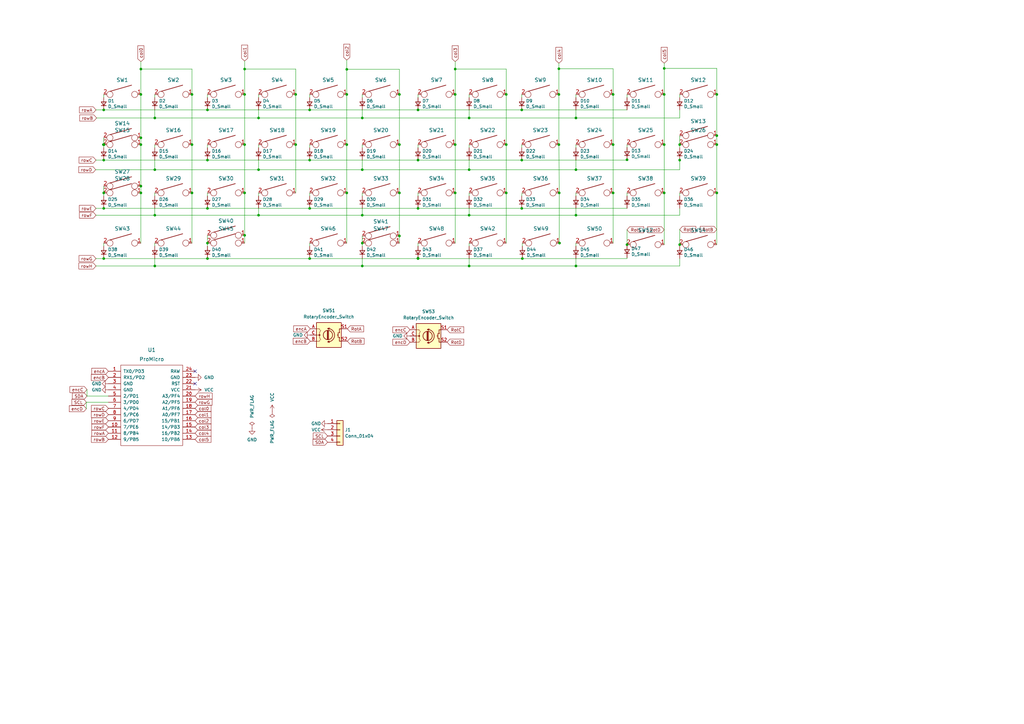
<source format=kicad_sch>
(kicad_sch (version 20211123) (generator eeschema)
  (paper "A3")
  (lib_symbols
    (symbol "Connector_Generic:Conn_01x04" (pin_names (offset 1.016) hide)
      (property "Reference" "J" (at 0 5.08 0))
      (property "Value" "Conn_01x04" (at 0 -7.62 0))
      (symbol "Conn_01x04_1_1"
        (pin passive line (at -5.08 2.54 0) (length 3.81) (name "Pin_1") (number "1"))
        (pin passive line (at -5.08 0 0) (length 3.81) (name "Pin_2") (number "2"))
        (pin passive line (at -5.08 -2.54 0) (length 3.81) (name "Pin_3") (number "3"))
        (pin passive line (at -5.08 -5.08 0) (length 3.81) (name "Pin_4") (number "4"))
      )
    )
    (symbol "Device:D_Small" (pin_numbers hide) (pin_names (offset 0.254) hide)
      (property "Reference" "D" (at -1.27 2.032 0))
      (property "Value" "D_Small" (at -3.81 -2.032 0))
      (symbol "D_Small_1_1"
        (pin passive line (at -2.54 0 0) (length 1.778) (name "K") (number "1"))
        (pin passive line (at 2.54 0 180) (length 1.778) (name "A") (number "2"))
      )
    )
    (symbol "Device:RotaryEncoder_Switch" (pin_names (offset 0.254) hide)
      (property "Reference" "SW" (at 0 6.604 0))
      (property "Value" "RotaryEncoder_Switch" (at 0 -6.604 0))
      (symbol "RotaryEncoder_Switch_1_1"
        (pin passive line (at -7.62 2.54 0) (length 2.54) (name "A") (number "A"))
        (pin passive line (at -7.62 -2.54 0) (length 2.54) (name "B") (number "B"))
        (pin passive line (at -7.62 0 0) (length 2.54) (name "C") (number "C"))
        (pin passive line (at 7.62 2.54 180) (length 2.54) (name "S1") (number "S1"))
        (pin passive line (at 7.62 -2.54 180) (length 2.54) (name "S2") (number "S2"))
      )
    )
    (symbol "keebio:ProMicro" (pin_names (offset 1.016))
      (property "Reference" "U" (at 0 0 0))
      (property "Value" "ProMicro" (at 0 -19.05 0))
      (symbol "ProMicro_1_1"
        (pin input line (at -17.78 13.97 0) (length 5.08) (name "TX0/PD3") (number "1"))
        (pin input line (at -17.78 -8.89 0) (length 5.08) (name "7/PE6") (number "10"))
        (pin input line (at -17.78 -11.43 0) (length 5.08) (name "8/PB4") (number "11"))
        (pin input line (at -17.78 -13.97 0) (length 5.08) (name "9/PB5") (number "12"))
        (pin input line (at 17.78 -13.97 180) (length 5.08) (name "10/PB6") (number "13"))
        (pin input line (at 17.78 -11.43 180) (length 5.08) (name "16/PB2") (number "14"))
        (pin input line (at 17.78 -8.89 180) (length 5.08) (name "14/PB3") (number "15"))
        (pin input line (at 17.78 -6.35 180) (length 5.08) (name "15/PB1") (number "16"))
        (pin input line (at 17.78 -3.81 180) (length 5.08) (name "A0/PF7") (number "17"))
        (pin input line (at 17.78 -1.27 180) (length 5.08) (name "A1/PF6") (number "18"))
        (pin input line (at 17.78 1.27 180) (length 5.08) (name "A2/PF5") (number "19"))
        (pin input line (at -17.78 11.43 0) (length 5.08) (name "RX1/PD2") (number "2"))
        (pin input line (at 17.78 3.81 180) (length 5.08) (name "A3/PF4") (number "20"))
        (pin input line (at 17.78 6.35 180) (length 5.08) (name "VCC") (number "21"))
        (pin input line (at 17.78 8.89 180) (length 5.08) (name "RST") (number "22"))
        (pin input line (at 17.78 11.43 180) (length 5.08) (name "GND") (number "23"))
        (pin input line (at 17.78 13.97 180) (length 5.08) (name "RAW") (number "24"))
        (pin input line (at -17.78 8.89 0) (length 5.08) (name "GND") (number "3"))
        (pin input line (at -17.78 6.35 0) (length 5.08) (name "GND") (number "4"))
        (pin input line (at -17.78 3.81 0) (length 5.08) (name "2/PD1") (number "5"))
        (pin input line (at -17.78 1.27 0) (length 5.08) (name "3/PD0") (number "6"))
        (pin input line (at -17.78 -1.27 0) (length 5.08) (name "4/PD4") (number "7"))
        (pin input line (at -17.78 -3.81 0) (length 5.08) (name "5/PC6") (number "8"))
        (pin input line (at -17.78 -6.35 0) (length 5.08) (name "6/PD7") (number "9"))
      )
    )
    (symbol "keyboard_parts:KEYSW" (pin_names (offset 1.016))
      (property "Reference" "K?" (at -1.27 0 0))
      (symbol "KEYSW_1_1"
        (pin passive line (at 7.62 0 180) (length 1.27) (name "~") (number "1"))
        (pin passive line (at -7.62 0 0) (length 1.27) (name "~") (number "2"))
      )
    )
    (symbol "power:GND" (power) (pin_names (offset 0))
      (property "Value" "GND" (at 0 -3.81 0))
      (symbol "GND_1_1"
        (pin power_in line (at 0 0 270) (length 0) hide (name "GND") (number "1"))
      )
    )
    (symbol "power:PWR_FLAG" (power) (pin_numbers hide) (pin_names (offset 0) hide)
      (property "Value" "PWR_FLAG" (at 0 3.81 0))
      (symbol "PWR_FLAG_0_0"
        (pin power_out line (at 0 0 90) (length 0) (name "pwr") (number "1"))
      )
    )
    (symbol "power:VCC" (power) (pin_names (offset 0))
      (property "Value" "VCC" (at 0 3.81 0))
      (symbol "VCC_1_1"
        (pin power_in line (at 0 0 90) (length 0) hide (name "VCC") (number "1"))
      )
    )
  )
  (junction (at 163.83 59.309))
  (junction (at 142.24 38.735))
  (junction (at 229.235 38.735))
  (junction (at 257.175 100.33))
  (junction (at 213.995 65.659))
  (junction (at 57.785 56.515))
  (junction (at 229.362 79.121))
  (junction (at 42.418 59.309))
  (junction (at 78.74 59.309))
  (junction (at 57.785 59.309))
  (junction (at 63.5 109.093))
  (junction (at 192.405 88.265))
  (junction (at 100.33 96.52))
  (junction (at 127 85.471))
  (junction (at 106.045 69.596))
  (junction (at 251.46 38.735))
  (junction (at 171.45 105.918))
  (junction (at 42.545 79.121))
  (junction (at 236.22 109.093))
  (junction (at 213.995 45.085))
  (junction (at 42.545 85.471))
  (junction (at 85.09 45.085))
  (junction (at 85.09 106.045))
  (junction (at 272.415 79.121))
  (junction (at 63.5 69.596))
  (junction (at 85.09 65.659))
  (junction (at 229.235 28.194))
  (junction (at 100.33 59.309))
  (junction (at 236.22 69.596))
  (junction (at 63.5 88.265))
  (junction (at 207.645 79.121))
  (junction (at 78.74 38.735))
  (junction (at 57.785 28.321))
  (junction (at 42.545 106.045))
  (junction (at 148.59 88.265))
  (junction (at 163.83 38.735))
  (junction (at 42.545 59.309))
  (junction (at 278.765 59.309))
  (junction (at 85.09 99.695))
  (junction (at 192.405 69.596))
  (junction (at 63.5 48.387))
  (junction (at 42.545 65.659))
  (junction (at 207.645 38.735))
  (junction (at 213.995 85.471))
  (junction (at 294.005 55.626))
  (junction (at 148.59 48.387))
  (junction (at 42.672 59.309))
  (junction (at 57.785 79.121))
  (junction (at 100.33 79.121))
  (junction (at 236.22 48.387))
  (junction (at 100.33 28.321))
  (junction (at 100.33 38.735))
  (junction (at 42.545 45.085))
  (junction (at 294.005 59.309))
  (junction (at 142.24 79.121))
  (junction (at 236.22 88.265))
  (junction (at 192.405 48.387))
  (junction (at 272.415 28.067))
  (junction (at 85.09 85.471))
  (junction (at 78.74 79.121))
  (junction (at 171.45 106.045))
  (junction (at 142.24 28.448))
  (junction (at 251.46 79.121))
  (junction (at 207.645 59.309))
  (junction (at 171.45 45.085))
  (junction (at 121.285 59.309))
  (junction (at 214.249 106.045))
  (junction (at 148.59 99.695))
  (junction (at 257.175 65.532))
  (junction (at 294.005 79.121))
  (junction (at 148.59 109.093))
  (junction (at 171.45 85.471))
  (junction (at 272.415 38.735))
  (junction (at 186.69 28.321))
  (junction (at 186.69 38.735))
  (junction (at 186.69 59.309))
  (junction (at 294.005 38.735))
  (junction (at 57.785 76.327))
  (junction (at 229.235 59.309))
  (junction (at 272.415 59.309))
  (junction (at 163.83 79.121))
  (junction (at 171.45 65.659))
  (junction (at 148.59 69.596))
  (junction (at 278.765 100.33))
  (junction (at 192.405 109.093))
  (junction (at 127 106.045))
  (junction (at 186.69 79.121))
  (junction (at 229.489 99.695))
  (junction (at 127 65.659))
  (junction (at 163.83 96.774))
  (junction (at 278.765 65.659))
  (junction (at 121.285 38.735))
  (junction (at 251.46 59.309))
  (junction (at 142.24 59.309))
  (junction (at 127 45.085))
  (junction (at 106.045 88.265))
  (junction (at 106.045 48.387))
  (junction (at 57.785 38.735))
  (no_connect (at 80.01 152.273))
  (no_connect (at 80.01 157.353))
  (wire (pts (xy 257.175 59.309) (xy 257.175 60.452)))
  (wire (pts (xy 39.37 88.265) (xy 63.5 88.265)))
  (wire (pts (xy 148.59 96.774) (xy 148.59 99.695)))
  (wire (pts (xy 163.83 28.448) (xy 163.83 38.735)))
  (wire (pts (xy 278.765 79.121) (xy 278.765 80.391)))
  (wire (pts (xy 207.645 59.309) (xy 207.645 79.121)))
  (wire (pts (xy 278.765 100.33) (xy 278.765 100.965)))
  (wire (pts (xy 148.59 45.085) (xy 148.59 48.387)))
  (wire (pts (xy 121.285 28.321) (xy 100.33 28.321)))
  (wire (pts (xy 42.545 106.045) (xy 85.09 106.045)))
  (wire (pts (xy 192.405 48.387) (xy 236.22 48.387)))
  (wire (pts (xy 106.045 48.387) (xy 148.59 48.387)))
  (wire (pts (xy 192.405 38.735) (xy 192.405 40.005)))
  (wire (pts (xy 148.59 59.309) (xy 148.59 60.579)))
  (wire (pts (xy 106.045 59.309) (xy 106.045 60.579)))
  (wire (pts (xy 236.22 48.387) (xy 278.765 48.387)))
  (wire (pts (xy 213.995 38.735) (xy 213.995 40.005)))
  (wire (pts (xy 106.045 85.471) (xy 106.045 88.265)))
  (wire (pts (xy 57.785 76.327) (xy 57.785 79.121)))
  (wire (pts (xy 148.59 106.045) (xy 148.59 109.093)))
  (wire (pts (xy 214.122 79.121) (xy 213.995 80.391)))
  (wire (pts (xy 85.09 45.085) (xy 127 45.085)))
  (wire (pts (xy 236.22 88.265) (xy 278.765 88.265)))
  (wire (pts (xy 257.175 105.664) (xy 257.175 106.045)))
  (wire (pts (xy 278.765 65.532) (xy 278.765 65.659)))
  (wire (pts (xy 35.687 162.433) (xy 44.45 162.433)))
  (wire (pts (xy 78.74 38.735) (xy 78.74 28.321)))
  (wire (pts (xy 42.545 76.327) (xy 42.545 79.121)))
  (wire (pts (xy 42.545 85.471) (xy 85.09 85.471)))
  (wire (pts (xy 127 65.659) (xy 171.45 65.659)))
  (wire (pts (xy 214.249 99.695) (xy 214.249 100.965)))
  (wire (pts (xy 213.995 65.659) (xy 257.175 65.659)))
  (wire (pts (xy 278.765 94.107) (xy 278.765 100.33)))
  (wire (pts (xy 171.45 106.045) (xy 214.249 106.045)))
  (wire (pts (xy 236.22 59.309) (xy 236.22 60.579)))
  (wire (pts (xy 39.243 69.596) (xy 63.5 69.596)))
  (wire (pts (xy 42.545 56.515) (xy 42.545 59.309)))
  (wire (pts (xy 142.24 38.735) (xy 142.24 28.448)))
  (wire (pts (xy 127 79.121) (xy 127 80.391)))
  (wire (pts (xy 213.995 59.309) (xy 213.995 60.579)))
  (wire (pts (xy 85.09 99.695) (xy 85.09 100.965)))
  (wire (pts (xy 272.415 79.121) (xy 272.415 100.33)))
  (wire (pts (xy 63.5 109.093) (xy 148.59 109.093)))
  (wire (pts (xy 85.09 59.309) (xy 85.09 60.579)))
  (wire (pts (xy 229.235 38.735) (xy 229.235 28.194)))
  (wire (pts (xy 127 85.471) (xy 171.45 85.471)))
  (wire (pts (xy 39.624 48.387) (xy 63.5 48.387)))
  (wire (pts (xy 272.415 28.067) (xy 272.415 25.908)))
  (wire (pts (xy 42.418 59.309) (xy 42.545 59.309)))
  (wire (pts (xy 57.785 28.321) (xy 57.785 38.735)))
  (wire (pts (xy 171.45 105.918) (xy 171.45 106.045)))
  (wire (pts (xy 163.83 28.448) (xy 142.24 28.448)))
  (wire (pts (xy 63.5 59.309) (xy 63.5 60.579)))
  (wire (pts (xy 78.74 38.735) (xy 78.74 59.309)))
  (wire (pts (xy 163.83 38.735) (xy 163.83 59.309)))
  (wire (pts (xy 192.405 88.265) (xy 236.22 88.265)))
  (wire (pts (xy 142.24 59.309) (xy 142.24 79.121)))
  (wire (pts (xy 127 99.695) (xy 127 100.965)))
  (wire (pts (xy 100.33 79.121) (xy 100.33 96.52)))
  (wire (pts (xy 85.09 85.471) (xy 127 85.471)))
  (wire (pts (xy 251.46 38.735) (xy 251.46 59.309)))
  (wire (pts (xy 42.545 65.659) (xy 85.09 65.659)))
  (wire (pts (xy 100.33 28.321) (xy 100.33 25.019)))
  (wire (pts (xy 100.33 59.309) (xy 100.33 79.121)))
  (wire (pts (xy 121.285 28.321) (xy 121.285 38.735)))
  (wire (pts (xy 278.765 85.471) (xy 278.765 88.265)))
  (wire (pts (xy 78.74 59.309) (xy 78.74 79.121)))
  (wire (pts (xy 278.765 38.735) (xy 278.765 40.005)))
  (wire (pts (xy 57.785 38.735) (xy 57.785 56.515)))
  (wire (pts (xy 171.45 85.471) (xy 213.995 85.471)))
  (wire (pts (xy 236.22 109.093) (xy 278.765 109.093)))
  (wire (pts (xy 42.545 79.121) (xy 42.545 80.391)))
  (wire (pts (xy 127 45.085) (xy 171.45 45.085)))
  (wire (pts (xy 57.785 79.121) (xy 57.785 99.695)))
  (wire (pts (xy 148.59 48.387) (xy 192.405 48.387)))
  (wire (pts (xy 192.405 85.471) (xy 192.405 88.265)))
  (wire (pts (xy 63.5 38.735) (xy 63.5 40.005)))
  (wire (pts (xy 63.5 69.596) (xy 106.045 69.596)))
  (wire (pts (xy 257.175 65.532) (xy 257.175 65.659)))
  (wire (pts (xy 57.785 59.309) (xy 57.785 76.327)))
  (wire (pts (xy 257.175 38.735) (xy 257.175 40.005)))
  (wire (pts (xy 57.658 59.309) (xy 57.785 59.309)))
  (wire (pts (xy 39.37 45.085) (xy 42.545 45.085)))
  (wire (pts (xy 186.69 79.121) (xy 186.69 99.695)))
  (wire (pts (xy 106.045 45.085) (xy 106.045 48.387)))
  (wire (pts (xy 106.045 65.659) (xy 106.045 69.596)))
  (wire (pts (xy 251.46 28.194) (xy 229.235 28.194)))
  (wire (pts (xy 192.405 69.596) (xy 236.22 69.596)))
  (wire (pts (xy 148.59 38.735) (xy 148.59 40.005)))
  (wire (pts (xy 257.175 94.234) (xy 257.175 100.33)))
  (wire (pts (xy 186.69 28.321) (xy 186.69 25.273)))
  (wire (pts (xy 186.69 38.735) (xy 186.69 59.309)))
  (wire (pts (xy 171.45 38.735) (xy 171.45 40.005)))
  (wire (pts (xy 63.5 45.085) (xy 63.5 48.387)))
  (wire (pts (xy 272.415 59.309) (xy 272.415 79.121)))
  (wire (pts (xy 35.433 164.973) (xy 44.45 164.973)))
  (wire (pts (xy 294.005 79.121) (xy 294.005 100.33)))
  (wire (pts (xy 251.46 79.121) (xy 251.46 99.695)))
  (wire (pts (xy 272.415 38.735) (xy 272.415 28.067)))
  (wire (pts (xy 294.005 28.067) (xy 272.415 28.067)))
  (wire (pts (xy 106.045 88.265) (xy 148.59 88.265)))
  (wire (pts (xy 294.005 28.067) (xy 294.005 38.735)))
  (wire (pts (xy 236.22 45.085) (xy 236.22 48.387)))
  (wire (pts (xy 171.45 99.695) (xy 171.45 100.965)))
  (wire (pts (xy 278.765 55.626) (xy 278.765 59.309)))
  (wire (pts (xy 251.46 59.309) (xy 251.46 79.121)))
  (wire (pts (xy 186.69 38.735) (xy 186.69 28.321)))
  (wire (pts (xy 192.405 109.093) (xy 236.22 109.093)))
  (wire (pts (xy 85.09 96.52) (xy 85.09 99.695)))
  (wire (pts (xy 42.545 38.735) (xy 42.545 40.005)))
  (wire (pts (xy 163.83 96.774) (xy 163.83 99.695)))
  (wire (pts (xy 63.5 106.045) (xy 63.5 109.093)))
  (wire (pts (xy 63.5 48.387) (xy 106.045 48.387)))
  (wire (pts (xy 39.37 109.093) (xy 63.5 109.093)))
  (wire (pts (xy 39.37 106.045) (xy 42.545 106.045)))
  (wire (pts (xy 148.59 109.093) (xy 192.405 109.093)))
  (wire (pts (xy 57.785 56.515) (xy 57.785 59.309)))
  (wire (pts (xy 251.46 28.194) (xy 251.46 38.735)))
  (wire (pts (xy 100.33 38.735) (xy 100.33 28.321)))
  (wire (pts (xy 85.09 106.045) (xy 127 106.045)))
  (wire (pts (xy 63.5 65.659) (xy 63.5 69.596)))
  (wire (pts (xy 272.415 38.735) (xy 272.415 59.309)))
  (wire (pts (xy 100.33 38.735) (xy 100.33 59.309)))
  (wire (pts (xy 257.175 100.33) (xy 257.175 100.584)))
  (wire (pts (xy 121.285 59.309) (xy 121.285 79.121)))
  (wire (pts (xy 214.249 106.045) (xy 257.175 106.045)))
  (wire (pts (xy 148.59 99.695) (xy 148.59 100.965)))
  (wire (pts (xy 229.362 99.695) (xy 229.489 99.695)))
  (wire (pts (xy 148.59 85.471) (xy 148.59 88.265)))
  (wire (pts (xy 229.362 79.121) (xy 229.362 99.695)))
  (wire (pts (xy 278.765 65.659) (xy 278.765 69.596)))
  (wire (pts (xy 236.22 79.121) (xy 236.22 80.391)))
  (wire (pts (xy 39.37 85.471) (xy 42.545 85.471)))
  (wire (pts (xy 106.045 38.735) (xy 106.045 40.005)))
  (wire (pts (xy 236.22 99.695) (xy 236.22 100.965)))
  (wire (pts (xy 257.175 79.121) (xy 257.175 80.391)))
  (wire (pts (xy 294.005 55.626) (xy 294.005 59.309)))
  (wire (pts (xy 57.785 28.321) (xy 78.74 28.321)))
  (wire (pts (xy 127 106.045) (xy 171.45 106.045)))
  (wire (pts (xy 148.59 88.265) (xy 192.405 88.265)))
  (wire (pts (xy 278.765 59.309) (xy 278.765 60.579)))
  (wire (pts (xy 42.545 99.695) (xy 42.545 100.965)))
  (wire (pts (xy 85.09 38.735) (xy 85.09 40.005)))
  (wire (pts (xy 192.405 65.659) (xy 192.405 69.596)))
  (wire (pts (xy 39.37 65.659) (xy 42.545 65.659)))
  (wire (pts (xy 192.405 45.085) (xy 192.405 48.387)))
  (wire (pts (xy 142.24 28.448) (xy 142.24 24.638)))
  (wire (pts (xy 35.433 167.64) (xy 35.433 164.973)))
  (wire (pts (xy 78.74 79.121) (xy 78.74 99.695)))
  (wire (pts (xy 171.45 45.085) (xy 213.995 45.085)))
  (wire (pts (xy 63.5 99.695) (xy 63.5 100.965)))
  (wire (pts (xy 42.545 59.309) (xy 42.672 59.309)))
  (wire (pts (xy 213.995 45.085) (xy 257.175 45.085)))
  (wire (pts (xy 85.09 65.659) (xy 127 65.659)))
  (wire (pts (xy 127 59.309) (xy 127 60.579)))
  (wire (pts (xy 100.33 99.695) (xy 100.33 96.52)))
  (wire (pts (xy 63.5 79.121) (xy 63.5 80.391)))
  (wire (pts (xy 148.59 79.121) (xy 148.59 80.391)))
  (wire (pts (xy 171.45 65.659) (xy 213.995 65.659)))
  (wire (pts (xy 127 38.735) (xy 127 40.005)))
  (wire (pts (xy 278.765 48.387) (xy 278.765 45.085)))
  (wire (pts (xy 163.83 79.121) (xy 163.83 96.774)))
  (wire (pts (xy 57.785 59.309) (xy 57.912 59.309)))
  (wire (pts (xy 35.687 159.766) (xy 35.687 162.433)))
  (wire (pts (xy 192.405 59.309) (xy 192.405 60.579)))
  (wire (pts (xy 85.09 79.121) (xy 85.09 80.391)))
  (wire (pts (xy 42.545 59.309) (xy 42.545 60.579)))
  (wire (pts (xy 148.59 65.659) (xy 148.59 69.596)))
  (wire (pts (xy 236.22 85.471) (xy 236.22 88.265)))
  (wire (pts (xy 207.645 28.321) (xy 186.69 28.321)))
  (wire (pts (xy 142.24 79.121) (xy 142.24 99.695)))
  (wire (pts (xy 294.005 59.309) (xy 294.005 79.121)))
  (wire (pts (xy 148.59 69.596) (xy 192.405 69.596)))
  (wire (pts (xy 57.785 28.321) (xy 57.785 25.273)))
  (wire (pts (xy 163.83 59.309) (xy 163.83 79.121)))
  (wire (pts (xy 236.22 69.596) (xy 278.765 69.596)))
  (wire (pts (xy 207.645 79.121) (xy 207.645 99.695)))
  (wire (pts (xy 192.405 79.121) (xy 192.405 80.391)))
  (wire (pts (xy 63.5 88.265) (xy 106.045 88.265)))
  (wire (pts (xy 192.405 99.695) (xy 192.405 100.965)))
  (wire (pts (xy 121.285 38.735) (xy 121.285 59.309)))
  (wire (pts (xy 142.24 38.735) (xy 142.24 59.309)))
  (wire (pts (xy 213.995 85.471) (xy 257.175 85.471)))
  (wire (pts (xy 207.645 38.735) (xy 207.645 59.309)))
  (wire (pts (xy 278.765 106.045) (xy 278.765 109.093)))
  (wire (pts (xy 42.545 45.085) (xy 85.09 45.085)))
  (wire (pts (xy 186.69 59.309) (xy 186.69 79.121)))
  (wire (pts (xy 207.645 28.321) (xy 207.645 38.735)))
  (wire (pts (xy 236.22 65.659) (xy 236.22 69.596)))
  (wire (pts (xy 229.235 59.309) (xy 229.362 79.121)))
  (wire (pts (xy 229.235 28.194) (xy 229.235 25.908)))
  (wire (pts (xy 63.5 85.471) (xy 63.5 88.265)))
  (wire (pts (xy 192.405 106.045) (xy 192.405 109.093)))
  (wire (pts (xy 171.45 79.121) (xy 171.45 80.391)))
  (wire (pts (xy 106.045 79.121) (xy 106.045 80.391)))
  (wire (pts (xy 294.005 38.735) (xy 294.005 55.626)))
  (wire (pts (xy 236.22 106.045) (xy 236.22 109.093)))
  (wire (pts (xy 229.235 38.735) (xy 229.235 59.309)))
  (wire (pts (xy 106.045 69.596) (xy 148.59 69.596)))
  (wire (pts (xy 171.45 59.309) (xy 171.45 60.579)))
  (wire (pts (xy 236.22 38.735) (xy 236.22 40.005)))
  (global_label "col1" (shape input) (at 100.33 25.019 90) (property "Intersheet References" "${INTERSHEET_REFS}" (effects hide)))
  (global_label "rowG" (shape input) (at 39.37 106.045 180) (property "Intersheet References" "${INTERSHEET_REFS}" (effects hide)))
  (global_label "col3" (shape input) (at 80.01 175.133 0) (property "Intersheet References" "${INTERSHEET_REFS}" (effects hide)))
  (global_label "rowD" (shape input) (at 44.45 170.053 180) (property "Intersheet References" "${INTERSHEET_REFS}" (effects hide)))
  (global_label "SDA" (shape input) (at 35.687 162.433 180) (property "Intersheet References" "${INTERSHEET_REFS}" (effects hide)))
  (global_label "rowE" (shape input) (at 44.45 172.593 180) (property "Intersheet References" "${INTERSHEET_REFS}" (effects hide)))
  (global_label "rowH" (shape input) (at 80.01 162.433 0) (property "Intersheet References" "${INTERSHEET_REFS}" (effects hide)))
  (global_label "col2" (shape input) (at 80.01 172.593 0) (property "Intersheet References" "${INTERSHEET_REFS}" (effects hide)))
  (global_label "col5" (shape input) (at 80.01 180.213 0) (property "Intersheet References" "${INTERSHEET_REFS}" (effects hide)))
  (global_label "col0" (shape input) (at 80.01 167.513 0) (property "Intersheet References" "${INTERSHEET_REFS}" (effects hide)))
  (global_label "rowB" (shape input) (at 44.45 180.213 180) (property "Intersheet References" "${INTERSHEET_REFS}" (effects hide)))
  (global_label "RotD" (shape input) (at 183.388 140.335 0) (property "Intersheet References" "${INTERSHEET_REFS}" (effects hide)))
  (global_label "rowF" (shape input) (at 39.37 88.265 180) (property "Intersheet References" "${INTERSHEET_REFS}" (effects hide)))
  (global_label "rowC" (shape input) (at 44.45 167.513 180) (property "Intersheet References" "${INTERSHEET_REFS}" (effects hide)))
  (global_label "rowB" (shape input) (at 39.624 48.387 180) (property "Intersheet References" "${INTERSHEET_REFS}" (effects hide)))
  (global_label "SCL" (shape input) (at 35.433 164.973 180) (property "Intersheet References" "${INTERSHEET_REFS}" (effects hide)))
  (global_label "col0" (shape input) (at 57.785 25.273 90) (property "Intersheet References" "${INTERSHEET_REFS}" (effects hide)))
  (global_label "encC" (shape input) (at 168.148 135.255 180) (property "Intersheet References" "${INTERSHEET_REFS}" (effects hide)))
  (global_label "RotD" (shape input) (at 272.415 94.234 180) (property "Intersheet References" "${INTERSHEET_REFS}" (effects hide)))
  (global_label "RotA" (shape input) (at 142.494 134.874 0) (property "Intersheet References" "${INTERSHEET_REFS}" (effects hide)))
  (global_label "encD" (shape input) (at 35.433 167.64 180) (property "Intersheet References" "${INTERSHEET_REFS}" (effects hide)))
  (global_label "rowH" (shape input) (at 39.37 109.093 180) (property "Intersheet References" "${INTERSHEET_REFS}" (effects hide)))
  (global_label "rowC" (shape input) (at 39.37 65.659 180) (property "Intersheet References" "${INTERSHEET_REFS}" (effects hide)))
  (global_label "encC" (shape input) (at 35.687 159.766 180) (property "Intersheet References" "${INTERSHEET_REFS}" (effects hide)))
  (global_label "RotC" (shape input) (at 257.175 94.234 0) (property "Intersheet References" "${INTERSHEET_REFS}" (effects hide)))
  (global_label "rowA" (shape input) (at 44.45 177.673 180) (property "Intersheet References" "${INTERSHEET_REFS}" (effects hide)))
  (global_label "RotB" (shape input) (at 294.005 94.107 180) (property "Intersheet References" "${INTERSHEET_REFS}" (effects hide)))
  (global_label "rowF" (shape input) (at 44.45 175.133 180) (property "Intersheet References" "${INTERSHEET_REFS}" (effects hide)))
  (global_label "encA" (shape input) (at 44.45 152.273 180) (property "Intersheet References" "${INTERSHEET_REFS}" (effects hide)))
  (global_label "RotC" (shape input) (at 183.388 135.255 0) (property "Intersheet References" "${INTERSHEET_REFS}" (effects hide)))
  (global_label "col3" (shape input) (at 186.69 25.273 90) (property "Intersheet References" "${INTERSHEET_REFS}" (effects hide)))
  (global_label "SDA" (shape input) (at 134.366 181.356 180) (property "Intersheet References" "${INTERSHEET_REFS}" (effects hide)))
  (global_label "encA" (shape input) (at 127.254 134.874 180) (property "Intersheet References" "${INTERSHEET_REFS}" (effects hide)))
  (global_label "encB" (shape input) (at 44.45 154.813 180) (property "Intersheet References" "${INTERSHEET_REFS}" (effects hide)))
  (global_label "rowG" (shape input) (at 80.01 164.973 0) (property "Intersheet References" "${INTERSHEET_REFS}" (effects hide)))
  (global_label "RotB" (shape input) (at 142.494 139.954 0) (property "Intersheet References" "${INTERSHEET_REFS}" (effects hide)))
  (global_label "col4" (shape input) (at 80.01 177.673 0) (property "Intersheet References" "${INTERSHEET_REFS}" (effects hide)))
  (global_label "col4" (shape input) (at 229.235 25.908 90) (property "Intersheet References" "${INTERSHEET_REFS}" (effects hide)))
  (global_label "rowA" (shape input) (at 39.37 45.085 180) (property "Intersheet References" "${INTERSHEET_REFS}" (effects hide)))
  (global_label "col2" (shape input) (at 142.24 24.638 90) (property "Intersheet References" "${INTERSHEET_REFS}" (effects hide)))
  (global_label "encD" (shape input) (at 168.148 140.335 180) (property "Intersheet References" "${INTERSHEET_REFS}" (effects hide)))
  (global_label "col1" (shape input) (at 80.01 170.053 0) (property "Intersheet References" "${INTERSHEET_REFS}" (effects hide)))
  (global_label "col5" (shape input) (at 272.415 25.908 90) (property "Intersheet References" "${INTERSHEET_REFS}" (effects hide)))
  (global_label "rowE" (shape input) (at 39.37 85.471 180) (property "Intersheet References" "${INTERSHEET_REFS}" (effects hide)))
  (global_label "RotA" (shape input) (at 278.765 94.107 0) (property "Intersheet References" "${INTERSHEET_REFS}" (effects hide)))
  (global_label "SCL" (shape input) (at 134.366 178.816 180) (property "Intersheet References" "${INTERSHEET_REFS}" (effects hide)))
  (global_label "rowD" (shape input) (at 39.243 69.596 180) (property "Intersheet References" "${INTERSHEET_REFS}" (effects hide)))
  (global_label "encB" (shape input) (at 127.254 139.954 180) (property "Intersheet References" "${INTERSHEET_REFS}" (effects hide)))
  (symbol (lib_id "Device:D_Small") (at 63.5 63.119 90) (unit 1)
    (property "Reference" "D15" (at 65.2272 61.9506 90) (effects (justify right)))
    (property "Value" "D_Small" (at 65.2272 64.262 90) (effects (justify right)))
    (property "Footprint" "Keebio-Parts:Diode" (effects hide))
  )
  (symbol (lib_id "Device:D_Small") (at 85.09 42.545 90) (unit 1)
    (property "Reference" "D3" (at 86.8172 41.3766 90) (effects (justify right)))
    (property "Value" "D_Small" (at 86.8172 43.688 90) (effects (justify right)))
    (property "Footprint" "Keebio-Parts:Diode" (effects hide))
  )
  (symbol (lib_id "keyboard_parts:KEYSW") (at 50.165 76.327 0) (unit 1)
    (property "Reference" "SW27" (at 50.165 70.4088 0) (effects (font (size 1.524 1.524))))
    (property "Value" "KEYSW" (effects hide))
    (property "Footprint" "Button_Switch_Keyboard:SW_Cherry_MX_2.25u_PCB" (effects hide))
  )
  (symbol (lib_id "Device:D_Small") (at 42.545 103.505 90) (unit 1)
    (property "Reference" "D38" (at 44.2722 102.3366 90) (effects (justify right)))
    (property "Value" "D_Small" (at 44.2722 104.648 90) (effects (justify right)))
    (property "Footprint" "Keebio-Parts:Diode" (effects hide))
  )
  (symbol (lib_id "keyboard_parts:KEYSW") (at 200.025 59.309 0) (unit 1)
    (property "Reference" "SW22" (at 200.025 53.3908 0) (effects (font (size 1.524 1.524))))
    (property "Value" "KEYSW" (effects hide))
    (property "Footprint" "Button_Switch_Keyboard:SW_Cherry_MX_1.00u_PCB" (effects hide))
  )
  (symbol (lib_id "keyboard_parts:KEYSW") (at 200.025 38.735 0) (unit 1)
    (property "Reference" "SW8" (at 200.025 32.8168 0) (effects (font (size 1.524 1.524))))
    (property "Value" "KEYSW" (effects hide))
    (property "Footprint" "Button_Switch_Keyboard:SW_Cherry_MX_1.00u_PCB" (effects hide))
  )
  (symbol (lib_id "keyboard_parts:KEYSW") (at 200.025 79.121 0) (unit 1)
    (property "Reference" "SW35" (at 200.025 73.2028 0) (effects (font (size 1.524 1.524))))
    (property "Value" "KEYSW" (effects hide))
    (property "Footprint" "Button_Switch_Keyboard:SW_Cherry_MX_1.00u_PCB" (effects hide))
  )
  (symbol (lib_id "Device:D_Small") (at 257.175 42.545 90) (unit 1)
    (property "Reference" "D11" (at 258.9022 41.3766 90) (effects (justify right)))
    (property "Value" "D_Small" (at 258.9022 43.688 90) (effects (justify right)))
    (property "Footprint" "Keebio-Parts:Diode" (effects hide))
  )
  (symbol (lib_id "keyboard_parts:KEYSW") (at 71.12 59.309 0) (unit 1)
    (property "Reference" "SW16" (at 71.12 53.3908 0) (effects (font (size 1.524 1.524))))
    (property "Value" "KEYSW" (effects hide))
    (property "Footprint" "Button_Switch_Keyboard:SW_Cherry_MX_1.00u_PCB" (effects hide))
  )
  (symbol (lib_id "Device:D_Small") (at 236.22 63.119 90) (unit 1)
    (property "Reference" "D23" (at 237.9472 61.9506 90) (effects (justify right)))
    (property "Value" "D_Small" (at 237.9472 64.262 90) (effects (justify right)))
    (property "Footprint" "Keebio-Parts:Diode" (effects hide))
  )
  (symbol (lib_id "keyboard_parts:KEYSW") (at 50.165 38.735 0) (unit 1)
    (property "Reference" "SW1" (at 50.165 32.8168 0) (effects (font (size 1.524 1.524))))
    (property "Value" "KEYSW" (effects hide))
    (property "Footprint" "Button_Switch_Keyboard:SW_Cherry_MX_1.50u_Plate" (effects hide))
  )
  (symbol (lib_id "keyboard_parts:KEYSW") (at 221.869 99.695 0) (unit 1)
    (property "Reference" "SW49" (at 221.869 93.7768 0) (effects (font (size 1.524 1.524))))
    (property "Value" "KEYSW" (effects hide))
    (property "Footprint" "Button_Switch_Keyboard:SW_Cherry_MX_1.00u_PCB" (effects hide))
  )
  (symbol (lib_id "Connector_Generic:Conn_01x04") (at 139.446 176.276 0) (unit 1)
    (property "Reference" "J1" (at 141.478 176.2759 0) (effects (justify left)))
    (property "Value" "Conn_01x04" (at 141.478 178.8159 0) (effects (justify left)))
    (property "Footprint" "Connector_PinSocket_2.54mm:PinSocket_1x04_P2.54mm_Vertical" (effects hide))
  )
  (symbol (lib_id "keyboard_parts:KEYSW") (at 50.165 79.121 0) (unit 1)
    (property "Reference" "SW28" (at 50.165 73.2028 0) (effects (font (size 1.524 1.524))))
    (property "Value" "KEYSW" (effects hide))
    (property "Footprint" "Button_Switch_Keyboard:SW_Cherry_MX_1.25u_PCB" (effects hide))
  )
  (symbol (lib_id "keyboard_parts:KEYSW") (at 92.71 38.735 0) (unit 1)
    (property "Reference" "SW3" (at 92.71 32.8168 0) (effects (font (size 1.524 1.524))))
    (property "Value" "KEYSW" (effects hide))
    (property "Footprint" "Button_Switch_Keyboard:SW_Cherry_MX_1.00u_PCB" (effects hide))
  )
  (symbol (lib_id "keyboard_parts:KEYSW") (at 71.12 99.695 0) (unit 1)
    (property "Reference" "SW44" (at 71.12 93.7768 0) (effects (font (size 1.524 1.524))))
    (property "Value" "KEYSW" (effects hide))
    (property "Footprint" "Button_Switch_Keyboard:SW_Cherry_MX_1.00u_PCB" (effects hide))
  )
  (symbol (lib_id "keyboard_parts:KEYSW") (at 264.795 100.33 0) (unit 1)
    (property "Reference" "SW52" (at 264.795 94.4118 0) (effects (font (size 1.524 1.524))))
    (property "Value" "KEYSW" (effects hide))
    (property "Footprint" "Button_Switch_Keyboard:SW_Cherry_MX_1.25u_PCB" (effects hide))
  )
  (symbol (lib_id "keyboard_parts:KEYSW") (at 50.165 59.309 0) (unit 1)
    (property "Reference" "SW15" (at 50.165 53.3908 0) (effects (font (size 1.524 1.524))))
    (property "Value" "KEYSW" (effects hide))
    (property "Footprint" "Button_Switch_Keyboard:SW_Cherry_MX_1.00u_PCB" (effects hide))
  )
  (symbol (lib_id "keyboard_parts:KEYSW") (at 221.615 38.735 0) (unit 1)
    (property "Reference" "SW9" (at 221.615 32.8168 0) (effects (font (size 1.524 1.524))))
    (property "Value" "KEYSW" (effects hide))
    (property "Footprint" "Button_Switch_Keyboard:SW_Cherry_MX_1.00u_PCB" (effects hide))
  )
  (symbol (lib_id "power:GND") (at 103.378 175.641 0) (unit 1)
    (property "Reference" "#PWR0106" (effects hide))
    (property "Value" "GND" (at 103.378 180.34 0))
  )
  (symbol (lib_id "Device:D_Small") (at 214.249 103.505 90) (unit 1)
    (property "Reference" "D44" (at 215.9762 102.3366 90) (effects (justify right)))
    (property "Value" "D_Small" (at 215.9762 104.648 90) (effects (justify right)))
    (property "Footprint" "Keebio-Parts:Diode" (effects hide))
  )
  (symbol (lib_id "Device:D_Small") (at 63.5 82.931 90) (unit 1)
    (property "Reference" "D26" (at 65.2272 81.7626 90) (effects (justify right)))
    (property "Value" "D_Small" (at 65.2272 84.074 90) (effects (justify right)))
    (property "Footprint" "Keebio-Parts:Diode" (effects hide))
  )
  (symbol (lib_id "Device:D_Small") (at 213.995 42.545 90) (unit 1)
    (property "Reference" "D9" (at 215.7222 41.3766 90) (effects (justify right)))
    (property "Value" "D_Small" (at 215.7222 43.688 90) (effects (justify right)))
    (property "Footprint" "Keebio-Parts:Diode" (effects hide))
  )
  (symbol (lib_id "keyboard_parts:KEYSW") (at 243.84 99.695 0) (unit 1)
    (property "Reference" "SW50" (at 243.84 93.7768 0) (effects (font (size 1.524 1.524))))
    (property "Value" "KEYSW" (effects hide))
    (property "Footprint" "Button_Switch_Keyboard:SW_Cherry_MX_1.25u_PCB" (effects hide))
  )
  (symbol (lib_id "Device:D_Small") (at 171.45 42.545 90) (unit 1)
    (property "Reference" "D7" (at 173.1772 41.3766 90) (effects (justify right)))
    (property "Value" "D_Small" (at 173.1772 43.688 90) (effects (justify right)))
    (property "Footprint" "Keebio-Parts:Diode" (effects hide))
  )
  (symbol (lib_id "Device:D_Small") (at 192.405 103.505 90) (unit 1)
    (property "Reference" "D37" (at 194.1322 102.3366 90) (effects (justify right)))
    (property "Value" "D_Small" (at 194.1322 104.648 90) (effects (justify right)))
    (property "Footprint" "Keebio-Parts:Diode" (effects hide))
  )
  (symbol (lib_id "power:GND") (at 127.254 137.414 270) (unit 1)
    (property "Reference" "#PWR0102" (effects hide))
    (property "Value" "GND" (at 120.142 137.414 90) (effects (justify left)))
  )
  (symbol (lib_id "Device:D_Small") (at 192.405 82.931 90) (unit 1)
    (property "Reference" "D32" (at 194.1322 81.7626 90) (effects (justify right)))
    (property "Value" "D_Small" (at 194.1322 84.074 90) (effects (justify right)))
    (property "Footprint" "Keebio-Parts:Diode" (effects hide))
  )
  (symbol (lib_id "keyboard_parts:KEYSW") (at 50.165 56.515 0) (unit 1)
    (property "Reference" "SW14" (at 50.165 50.5968 0) (effects (font (size 1.524 1.524))))
    (property "Value" "KEYSW" (effects hide))
    (property "Footprint" "Button_Switch_Keyboard:SW_Cherry_MX_1.75u_PCB" (effects hide))
  )
  (symbol (lib_id "Device:D_Small") (at 85.09 103.505 90) (unit 1)
    (property "Reference" "D40" (at 86.8172 102.3366 90) (effects (justify right)))
    (property "Value" "D_Small" (at 86.8172 104.648 90) (effects (justify right)))
    (property "Footprint" "Keebio-Parts:Diode" (effects hide))
  )
  (symbol (lib_id "keyboard_parts:KEYSW") (at 179.07 38.735 0) (unit 1)
    (property "Reference" "SW7" (at 179.07 32.8168 0) (effects (font (size 1.524 1.524))))
    (property "Value" "KEYSW" (effects hide))
    (property "Footprint" "Button_Switch_Keyboard:SW_Cherry_MX_1.00u_PCB" (effects hide))
  )
  (symbol (lib_id "Device:D_Small") (at 106.045 42.545 90) (unit 1)
    (property "Reference" "D4" (at 107.7722 41.3766 90) (effects (justify right)))
    (property "Value" "D_Small" (at 107.7722 43.688 90) (effects (justify right)))
    (property "Footprint" "Keebio-Parts:Diode" (effects hide))
  )
  (symbol (lib_id "Device:D_Small") (at 171.45 103.505 90) (unit 1)
    (property "Reference" "D43" (at 173.1772 102.3366 90) (effects (justify right)))
    (property "Value" "D_Small" (at 173.1772 104.648 90) (effects (justify right)))
    (property "Footprint" "Keebio-Parts:Diode" (effects hide))
  )
  (symbol (lib_id "Device:D_Small") (at 85.09 82.931 90) (unit 1)
    (property "Reference" "D27" (at 86.8172 81.7626 90) (effects (justify right)))
    (property "Value" "D_Small" (at 86.8172 84.074 90) (effects (justify right)))
    (property "Footprint" "Keebio-Parts:Diode" (effects hide))
  )
  (symbol (lib_id "keyboard_parts:KEYSW") (at 264.795 79.121 0) (unit 1)
    (property "Reference" "SW38" (at 264.795 73.2028 0) (effects (font (size 1.524 1.524))))
    (property "Value" "KEYSW" (effects hide))
    (property "Footprint" "Button_Switch_Keyboard:SW_Cherry_MX_1.00u_PCB" (effects hide))
  )
  (symbol (lib_id "Device:D_Small") (at 127 82.931 90) (unit 1)
    (property "Reference" "D29" (at 128.7272 81.7626 90) (effects (justify right)))
    (property "Value" "D_Small" (at 128.7272 84.074 90) (effects (justify right)))
    (property "Footprint" "Keebio-Parts:Diode" (effects hide))
  )
  (symbol (lib_id "Device:RotaryEncoder_Switch") (at 134.874 137.414 0) (unit 1)
    (property "Reference" "SW51" (at 134.874 127.381 0))
    (property "Value" "RotaryEncoder_Switch" (at 134.874 129.921 0))
    (property "Footprint" "Keebio-Parts:RotaryEncoder_EC11" (effects hide))
  )
  (symbol (lib_id "power:VCC") (at 80.01 159.893 270) (unit 1)
    (property "Reference" "#PWR08" (effects hide))
    (property "Value" "VCC" (at 83.82 159.8929 90) (effects (justify left)))
  )
  (symbol (lib_id "keyboard_parts:KEYSW") (at 71.12 38.735 0) (unit 1)
    (property "Reference" "SW2" (at 71.12 32.8168 0) (effects (font (size 1.524 1.524))))
    (property "Value" "KEYSW" (effects hide))
    (property "Footprint" "Button_Switch_Keyboard:SW_Cherry_MX_1.00u_PCB" (effects hide))
  )
  (symbol (lib_id "Device:D_Small") (at 213.995 82.931 90) (unit 1)
    (property "Reference" "D33" (at 215.7222 81.7626 90) (effects (justify right)))
    (property "Value" "D_Small" (at 215.7222 84.074 90) (effects (justify right)))
    (property "Footprint" "Keebio-Parts:Diode" (effects hide))
  )
  (symbol (lib_id "keyboard_parts:KEYSW") (at 264.795 59.309 0) (unit 1)
    (property "Reference" "SW25" (at 264.795 53.3908 0) (effects (font (size 1.524 1.524))))
    (property "Value" "KEYSW" (effects hide))
    (property "Footprint" "Button_Switch_Keyboard:SW_Cherry_MX_1.00u_PCB" (effects hide))
  )
  (symbol (lib_id "power:PWR_FLAG") (at 103.378 175.641 0) (unit 1)
    (property "Reference" "#FLG02" (effects hide))
    (property "Value" "PWR_FLAG" (at 103.3781 171.577 90) (effects (justify left)))
  )
  (symbol (lib_id "Device:D_Small") (at 236.22 103.505 90) (unit 1)
    (property "Reference" "D45" (at 237.9472 102.3366 90) (effects (justify right)))
    (property "Value" "D_Small" (at 237.9472 104.648 90) (effects (justify right)))
    (property "Footprint" "Keebio-Parts:Diode" (effects hide))
  )
  (symbol (lib_id "Device:D_Small") (at 171.45 82.931 90) (unit 1)
    (property "Reference" "D31" (at 173.1772 81.7626 90) (effects (justify right)))
    (property "Value" "D_Small" (at 173.1772 84.074 90) (effects (justify right)))
    (property "Footprint" "Keebio-Parts:Diode" (effects hide))
  )
  (symbol (lib_id "power:VCC") (at 111.633 168.656 0) (unit 1)
    (property "Reference" "#PWR02" (effects hide))
    (property "Value" "VCC" (at 111.6329 164.846 90) (effects (justify left)))
  )
  (symbol (lib_id "keyboard_parts:KEYSW") (at 243.84 38.735 0) (unit 1)
    (property "Reference" "SW10" (at 243.84 32.8168 0) (effects (font (size 1.524 1.524))))
    (property "Value" "KEYSW" (effects hide))
    (property "Footprint" "Button_Switch_Keyboard:SW_Cherry_MX_1.00u_PCB" (effects hide))
  )
  (symbol (lib_id "Device:D_Small") (at 278.765 103.505 90) (unit 1)
    (property "Reference" "D46" (at 280.4922 102.3366 90) (effects (justify right)))
    (property "Value" "D_Small" (at 280.4922 104.648 90) (effects (justify right)))
    (property "Footprint" "Keebio-Parts:Diode" (effects hide))
  )
  (symbol (lib_id "power:GND") (at 80.01 154.813 90) (unit 1)
    (property "Reference" "#PWR0107" (effects hide))
    (property "Value" "GND" (at 83.693 154.8129 90) (effects (justify right)))
  )
  (symbol (lib_id "keyboard_parts:KEYSW") (at 134.62 79.121 0) (unit 1)
    (property "Reference" "SW32" (at 134.62 73.2028 0) (effects (font (size 1.524 1.524))))
    (property "Value" "KEYSW" (effects hide))
    (property "Footprint" "Button_Switch_Keyboard:SW_Cherry_MX_1.00u_PCB" (effects hide))
  )
  (symbol (lib_id "keyboard_parts:KEYSW") (at 156.21 96.774 0) (unit 1)
    (property "Reference" "SW41" (at 156.21 90.8558 0) (effects (font (size 1.524 1.524))))
    (property "Value" "KEYSW" (effects hide))
    (property "Footprint" "Button_Switch_Keyboard:SW_Cherry_MX_1.00u_PCB" (effects hide))
  )
  (symbol (lib_id "keyboard_parts:KEYSW") (at 264.795 38.735 0) (unit 1)
    (property "Reference" "SW11" (at 264.795 32.8168 0) (effects (font (size 1.524 1.524))))
    (property "Value" "KEYSW" (effects hide))
    (property "Footprint" "Button_Switch_Keyboard:SW_Cherry_MX_1.00u_PCB" (effects hide))
  )
  (symbol (lib_id "Device:D_Small") (at 257.175 62.992 90) (unit 1)
    (property "Reference" "D13" (at 258.9022 61.8236 90) (effects (justify right)))
    (property "Value" "D_Small" (at 258.9022 64.135 90) (effects (justify right)))
    (property "Footprint" "Keebio-Parts:Diode" (effects hide))
  )
  (symbol (lib_id "Device:D_Small") (at 85.09 63.119 90) (unit 1)
    (property "Reference" "D16" (at 86.8172 61.9506 90) (effects (justify right)))
    (property "Value" "D_Small" (at 86.8172 64.262 90) (effects (justify right)))
    (property "Footprint" "Keebio-Parts:Diode" (effects hide))
  )
  (symbol (lib_id "keyboard_parts:KEYSW") (at 92.71 79.121 0) (unit 1)
    (property "Reference" "SW30" (at 92.71 73.2028 0) (effects (font (size 1.524 1.524))))
    (property "Value" "KEYSW" (effects hide))
    (property "Footprint" "Button_Switch_Keyboard:SW_Cherry_MX_1.00u_PCB" (effects hide))
  )
  (symbol (lib_id "keyboard_parts:KEYSW") (at 92.71 59.309 0) (unit 1)
    (property "Reference" "SW17" (at 92.71 53.3908 0) (effects (font (size 1.524 1.524))))
    (property "Value" "KEYSW" (effects hide))
    (property "Footprint" "Button_Switch_Keyboard:SW_Cherry_MX_1.00u_PCB" (effects hide))
  )
  (symbol (lib_id "keyboard_parts:KEYSW") (at 134.62 59.309 0) (unit 1)
    (property "Reference" "SW19" (at 134.62 53.3908 0) (effects (font (size 1.524 1.524))))
    (property "Value" "KEYSW" (effects hide))
    (property "Footprint" "Button_Switch_Keyboard:SW_Cherry_MX_1.00u_PCB" (effects hide))
  )
  (symbol (lib_id "Device:D_Small") (at 278.765 42.545 90) (unit 1)
    (property "Reference" "D12" (at 280.4922 41.3766 90) (effects (justify right)))
    (property "Value" "D_Small" (at 280.4922 43.688 90) (effects (justify right)))
    (property "Footprint" "Keebio-Parts:Diode" (effects hide))
  )
  (symbol (lib_id "Device:D_Small") (at 127 63.119 90) (unit 1)
    (property "Reference" "D18" (at 128.7272 61.9506 90) (effects (justify right)))
    (property "Value" "D_Small" (at 128.7272 64.262 90) (effects (justify right)))
    (property "Footprint" "Keebio-Parts:Diode" (effects hide))
  )
  (symbol (lib_id "Device:D_Small") (at 148.59 63.119 90) (unit 1)
    (property "Reference" "D19" (at 150.3172 61.9506 90) (effects (justify right)))
    (property "Value" "D_Small" (at 150.3172 64.262 90) (effects (justify right)))
    (property "Footprint" "Keebio-Parts:Diode" (effects hide))
  )
  (symbol (lib_id "Device:D_Small") (at 257.175 103.124 90) (unit 1)
    (property "Reference" "D47" (at 258.9022 101.9556 90) (effects (justify right)))
    (property "Value" "D_Small" (at 258.9022 104.267 90) (effects (justify right)))
    (property "Footprint" "Keebio-Parts:Diode" (effects hide))
  )
  (symbol (lib_id "keyboard_parts:KEYSW") (at 286.385 79.121 0) (unit 1)
    (property "Reference" "SW39" (at 286.385 73.2028 0) (effects (font (size 1.524 1.524))))
    (property "Value" "KEYSW" (effects hide))
    (property "Footprint" "Button_Switch_Keyboard:SW_Cherry_MX_1.75u_PCB" (effects hide))
  )
  (symbol (lib_id "power:PWR_FLAG") (at 111.633 168.656 180) (unit 1)
    (property "Reference" "#FLG01" (effects hide))
    (property "Value" "PWR_FLAG" (at 111.6329 172.339 90) (effects (justify left)))
  )
  (symbol (lib_id "keyboard_parts:KEYSW") (at 50.165 99.695 0) (unit 1)
    (property "Reference" "SW43" (at 50.165 93.7768 0) (effects (font (size 1.524 1.524))))
    (property "Value" "KEYSW" (effects hide))
    (property "Footprint" "Button_Switch_Keyboard:SW_Cherry_MX_1.25u_PCB" (effects hide))
  )
  (symbol (lib_id "Device:D_Small") (at 148.59 103.505 90) (unit 1)
    (property "Reference" "D42" (at 150.3172 102.3366 90) (effects (justify right)))
    (property "Value" "D_Small" (at 150.3172 104.648 90) (effects (justify right)))
    (property "Footprint" "Keebio-Parts:Diode" (effects hide))
  )
  (symbol (lib_id "Device:D_Small") (at 278.765 82.931 90) (unit 1)
    (property "Reference" "D36" (at 280.4922 81.7626 90) (effects (justify right)))
    (property "Value" "D_Small" (at 280.4922 84.074 90) (effects (justify right)))
    (property "Footprint" "Keebio-Parts:Diode" (effects hide))
  )
  (symbol (lib_id "keyboard_parts:KEYSW") (at 179.07 99.695 0) (unit 1)
    (property "Reference" "SW48" (at 179.07 93.7768 0) (effects (font (size 1.524 1.524))))
    (property "Value" "KEYSW" (effects hide))
    (property "Footprint" "Button_Switch_Keyboard:SW_Cherry_MX_2.75u_PCB" (effects hide))
  )
  (symbol (lib_id "Device:RotaryEncoder_Switch") (at 175.768 137.795 0) (unit 1)
    (property "Reference" "SW53" (at 175.768 127.762 0))
    (property "Value" "RotaryEncoder_Switch" (at 175.768 130.302 0))
    (property "Footprint" "Keebio-Parts:RotaryEncoder_EC11" (effects hide))
  )
  (symbol (lib_id "keyboard_parts:KEYSW") (at 221.615 59.309 0) (unit 1)
    (property "Reference" "SW23" (at 221.615 53.3908 0) (effects (font (size 1.524 1.524))))
    (property "Value" "KEYSW" (effects hide))
    (property "Footprint" "Button_Switch_Keyboard:SW_Cherry_MX_1.00u_PCB" (effects hide))
  )
  (symbol (lib_id "Device:D_Small") (at 106.045 82.931 90) (unit 1)
    (property "Reference" "D28" (at 107.7722 81.7626 90) (effects (justify right)))
    (property "Value" "D_Small" (at 107.7722 84.074 90) (effects (justify right)))
    (property "Footprint" "Keebio-Parts:Diode" (effects hide))
  )
  (symbol (lib_id "keyboard_parts:KEYSW") (at 113.665 38.735 0) (unit 1)
    (property "Reference" "SW4" (at 113.665 32.8168 0) (effects (font (size 1.524 1.524))))
    (property "Value" "KEYSW" (effects hide))
    (property "Footprint" "Button_Switch_Keyboard:SW_Cherry_MX_1.00u_PCB" (effects hide))
  )
  (symbol (lib_id "Device:D_Small") (at 192.405 42.545 90) (unit 1)
    (property "Reference" "D8" (at 194.1322 41.3766 90) (effects (justify right)))
    (property "Value" "D_Small" (at 194.1322 43.688 90) (effects (justify right)))
    (property "Footprint" "Keebio-Parts:Diode" (effects hide))
  )
  (symbol (lib_id "Device:D_Small") (at 127 42.545 90) (unit 1)
    (property "Reference" "D5" (at 128.7272 41.3766 90) (effects (justify right)))
    (property "Value" "D_Small" (at 128.7272 43.688 90) (effects (justify right)))
    (property "Footprint" "Keebio-Parts:Diode" (effects hide))
  )
  (symbol (lib_id "keyboard_parts:KEYSW") (at 200.025 99.695 0) (unit 1)
    (property "Reference" "SW42" (at 200.025 93.7768 0) (effects (font (size 1.524 1.524))))
    (property "Value" "KEYSW" (effects hide))
    (property "Footprint" "Button_Switch_Keyboard:SW_Cherry_MX_1.25u_PCB" (effects hide))
  )
  (symbol (lib_id "Device:D_Small") (at 148.59 82.931 90) (unit 1)
    (property "Reference" "D30" (at 150.3172 81.7626 90) (effects (justify right)))
    (property "Value" "D_Small" (at 150.3172 84.074 90) (effects (justify right)))
    (property "Footprint" "Keebio-Parts:Diode" (effects hide))
  )
  (symbol (lib_id "keyboard_parts:KEYSW") (at 179.07 79.121 0) (unit 1)
    (property "Reference" "SW34" (at 179.07 73.2028 0) (effects (font (size 1.524 1.524))))
    (property "Value" "KEYSW" (effects hide))
    (property "Footprint" "Button_Switch_Keyboard:SW_Cherry_MX_1.00u_PCB" (effects hide))
  )
  (symbol (lib_id "keyboard_parts:KEYSW") (at 134.62 99.695 0) (unit 1)
    (property "Reference" "SW46" (at 134.62 93.7768 0) (effects (font (size 1.524 1.524))))
    (property "Value" "KEYSW" (effects hide))
    (property "Footprint" "Button_Switch_Keyboard:SW_Cherry_MX_2.25u_PCB" (effects hide))
  )
  (symbol (lib_id "keyboard_parts:KEYSW") (at 71.12 79.121 0) (unit 1)
    (property "Reference" "SW29" (at 71.12 73.2028 0) (effects (font (size 1.524 1.524))))
    (property "Value" "KEYSW" (effects hide))
    (property "Footprint" "Button_Switch_Keyboard:SW_Cherry_MX_1.00u_PCB" (effects hide))
  )
  (symbol (lib_id "keyboard_parts:KEYSW") (at 286.385 55.626 0) (unit 1)
    (property "Reference" "SW13" (at 286.385 49.7078 0) (effects (font (size 1.524 1.524))))
    (property "Value" "KEYSW" (effects hide))
    (property "Footprint" "Button_Switch_Keyboard:SW_Cherry_MX_1.25u_PCB" (effects hide))
  )
  (symbol (lib_id "Device:D_Small") (at 42.545 63.119 90) (unit 1)
    (property "Reference" "D14" (at 44.2722 61.9506 90) (effects (justify right)))
    (property "Value" "D_Small" (at 44.2722 64.262 90) (effects (justify right)))
    (property "Footprint" "Keebio-Parts:Diode" (effects hide))
  )
  (symbol (lib_id "Device:D_Small") (at 63.5 103.505 90) (unit 1)
    (property "Reference" "D39" (at 65.2272 102.3366 90) (effects (justify right)))
    (property "Value" "D_Small" (at 65.2272 104.648 90) (effects (justify right)))
    (property "Footprint" "Keebio-Parts:Diode" (effects hide))
  )
  (symbol (lib_id "keyboard_parts:KEYSW") (at 156.21 79.121 0) (unit 1)
    (property "Reference" "SW33" (at 156.21 73.2028 0) (effects (font (size 1.524 1.524))))
    (property "Value" "KEYSW" (effects hide))
    (property "Footprint" "Button_Switch_Keyboard:SW_Cherry_MX_1.00u_PCB" (effects hide))
  )
  (symbol (lib_id "keyboard_parts:KEYSW") (at 156.21 38.735 0) (unit 1)
    (property "Reference" "SW6" (at 156.21 32.8168 0) (effects (font (size 1.524 1.524))))
    (property "Value" "KEYSW" (effects hide))
    (property "Footprint" "Button_Switch_Keyboard:SW_Cherry_MX_1.00u_PCB" (effects hide))
  )
  (symbol (lib_id "keyboard_parts:KEYSW") (at 243.84 59.309 0) (unit 1)
    (property "Reference" "SW24" (at 243.84 53.3908 0) (effects (font (size 1.524 1.524))))
    (property "Value" "KEYSW" (effects hide))
    (property "Footprint" "Button_Switch_Keyboard:SW_Cherry_MX_1.00u_PCB" (effects hide))
  )
  (symbol (lib_id "keyboard_parts:KEYSW") (at 92.71 99.695 0) (unit 1)
    (property "Reference" "SW45" (at 92.71 93.7768 0) (effects (font (size 1.524 1.524))))
    (property "Value" "KEYSW" (effects hide))
    (property "Footprint" "Button_Switch_Keyboard:SW_Cherry_MX_1.25u_PCB" (effects hide))
  )
  (symbol (lib_id "keyboard_parts:KEYSW") (at 221.742 79.121 0) (unit 1)
    (property "Reference" "SW36" (at 221.742 73.2028 0) (effects (font (size 1.524 1.524))))
    (property "Value" "KEYSW" (effects hide))
    (property "Footprint" "Button_Switch_Keyboard:SW_Cherry_MX_1.00u_PCB" (effects hide))
  )
  (symbol (lib_id "keyboard_parts:KEYSW") (at 156.21 59.309 0) (unit 1)
    (property "Reference" "SW20" (at 156.21 53.3908 0) (effects (font (size 1.524 1.524))))
    (property "Value" "KEYSW" (effects hide))
    (property "Footprint" "Button_Switch_Keyboard:SW_Cherry_MX_1.00u_PCB" (effects hide))
  )
  (symbol (lib_id "Device:D_Small") (at 278.765 63.119 90) (unit 1)
    (property "Reference" "D24" (at 280.4922 61.9506 90) (effects (justify right)))
    (property "Value" "D_Small" (at 280.4922 64.262 90) (effects (justify right)))
    (property "Footprint" "Keebio-Parts:Diode" (effects hide))
  )
  (symbol (lib_id "keyboard_parts:KEYSW") (at 156.21 99.695 0) (unit 1)
    (property "Reference" "SW47" (at 156.21 93.7768 0) (effects (font (size 1.524 1.524))))
    (property "Value" "KEYSW" (effects hide))
    (property "Footprint" "Button_Switch_Keyboard:SW_Cherry_MX_6.25u_PCB" (effects hide))
  )
  (symbol (lib_id "power:VCC") (at 134.366 176.276 90) (unit 1)
    (property "Reference" "#PWR010" (effects hide))
    (property "Value" "VCC" (at 127.762 176.276 90) (effects (justify right)))
  )
  (symbol (lib_id "keyboard_parts:KEYSW") (at 286.385 59.309 0) (unit 1)
    (property "Reference" "SW26" (at 286.385 53.3908 0) (effects (font (size 1.524 1.524))))
    (property "Value" "KEYSW" (effects hide))
    (property "Footprint" "Button_Switch_Keyboard:SW_Cherry_MX_2.25u_PCB" (effects hide))
  )
  (symbol (lib_id "keyboard_parts:KEYSW") (at 243.84 79.121 0) (unit 1)
    (property "Reference" "SW37" (at 243.84 73.2028 0) (effects (font (size 1.524 1.524))))
    (property "Value" "KEYSW" (effects hide))
    (property "Footprint" "Button_Switch_Keyboard:SW_Cherry_MX_1.00u_PCB" (effects hide))
  )
  (symbol (lib_id "Device:D_Small") (at 236.22 42.545 90) (unit 1)
    (property "Reference" "D10" (at 237.9472 41.3766 90) (effects (justify right)))
    (property "Value" "D_Small" (at 237.9472 43.688 90) (effects (justify right)))
    (property "Footprint" "Keebio-Parts:Diode" (effects hide))
  )
  (symbol (lib_id "Device:D_Small") (at 192.405 63.119 90) (unit 1)
    (property "Reference" "D21" (at 194.1322 61.9506 90) (effects (justify right)))
    (property "Value" "D_Small" (at 194.1322 64.262 90) (effects (justify right)))
    (property "Footprint" "Keebio-Parts:Diode" (effects hide))
  )
  (symbol (lib_id "keyboard_parts:KEYSW") (at 179.07 59.309 0) (unit 1)
    (property "Reference" "SW21" (at 179.07 53.3908 0) (effects (font (size 1.524 1.524))))
    (property "Value" "KEYSW" (effects hide))
    (property "Footprint" "Button_Switch_Keyboard:SW_Cherry_MX_1.00u_PCB" (effects hide))
  )
  (symbol (lib_id "keyboard_parts:KEYSW") (at 286.385 100.33 0) (unit 1)
    (property "Reference" "SW54" (at 286.385 94.4118 0) (effects (font (size 1.524 1.524))))
    (property "Value" "KEYSW" (effects hide))
    (property "Footprint" "Button_Switch_Keyboard:SW_Cherry_MX_1.25u_PCB" (effects hide))
  )
  (symbol (lib_id "keebio:ProMicro") (at 62.23 166.243 0) (unit 1)
    (property "Reference" "U1" (at 62.23 143.51 0) (effects (font (size 1.524 1.524))))
    (property "Value" "ProMicro" (at 62.23 147.32 0) (effects (font (size 1.524 1.524))))
    (property "Footprint" "Keebio-Parts:ArduinoProMicro-ZigZag" (effects hide))
  )
  (symbol (lib_id "power:GND") (at 44.45 157.353 270) (unit 1)
    (property "Reference" "#PWR0103" (effects hide))
    (property "Value" "GND" (at 37.592 157.353 90) (effects (justify left)))
  )
  (symbol (lib_id "power:GND") (at 134.366 173.736 270) (unit 1)
    (property "Reference" "#PWR0105" (effects hide))
    (property "Value" "GND" (at 127.635 173.736 90) (effects (justify left)))
  )
  (symbol (lib_id "power:GND") (at 44.45 159.893 270) (unit 1)
    (property "Reference" "#PWR0104" (effects hide))
    (property "Value" "GND" (at 37.592 159.893 90) (effects (justify left)))
  )
  (symbol (lib_id "Device:D_Small") (at 42.545 82.931 90) (unit 1)
    (property "Reference" "D25" (at 44.2722 81.7626 90) (effects (justify right)))
    (property "Value" "D_Small" (at 44.2722 84.074 90) (effects (justify right)))
    (property "Footprint" "Keebio-Parts:Diode" (effects hide))
  )
  (symbol (lib_id "keyboard_parts:KEYSW") (at 92.71 96.52 0) (unit 1)
    (property "Reference" "SW40" (at 92.71 90.6018 0) (effects (font (size 1.524 1.524))))
    (property "Value" "KEYSW" (effects hide))
    (property "Footprint" "Button_Switch_Keyboard:SW_Cherry_MX_1.00u_PCB" (effects hide))
  )
  (symbol (lib_id "Device:D_Small") (at 148.59 42.545 90) (unit 1)
    (property "Reference" "D6" (at 150.3172 41.3766 90) (effects (justify right)))
    (property "Value" "D_Small" (at 150.3172 43.688 90) (effects (justify right)))
    (property "Footprint" "Keebio-Parts:Diode" (effects hide))
  )
  (symbol (lib_id "Device:D_Small") (at 63.5 42.545 90) (unit 1)
    (property "Reference" "D2" (at 65.2272 41.3766 90) (effects (justify right)))
    (property "Value" "D_Small" (at 65.2272 43.688 90) (effects (justify right)))
    (property "Footprint" "Keebio-Parts:Diode" (effects hide))
  )
  (symbol (lib_id "Device:D_Small") (at 127 103.505 90) (unit 1)
    (property "Reference" "D41" (at 128.7272 102.3366 90) (effects (justify right)))
    (property "Value" "D_Small" (at 128.7272 104.648 90) (effects (justify right)))
    (property "Footprint" "Keebio-Parts:Diode" (effects hide))
  )
  (symbol (lib_id "keyboard_parts:KEYSW") (at 134.62 38.735 0) (unit 1)
    (property "Reference" "SW5" (at 134.62 32.8168 0) (effects (font (size 1.524 1.524))))
    (property "Value" "KEYSW" (effects hide))
    (property "Footprint" "Button_Switch_Keyboard:SW_Cherry_MX_1.00u_PCB" (effects hide))
  )
  (symbol (lib_id "keyboard_parts:KEYSW") (at 113.665 59.309 0) (unit 1)
    (property "Reference" "SW18" (at 113.665 53.3908 0) (effects (font (size 1.524 1.524))))
    (property "Value" "KEYSW" (effects hide))
    (property "Footprint" "Button_Switch_Keyboard:SW_Cherry_MX_1.00u_PCB" (effects hide))
  )
  (symbol (lib_id "Device:D_Small") (at 236.22 82.931 90) (unit 1)
    (property "Reference" "D34" (at 237.9472 81.7626 90) (effects (justify right)))
    (property "Value" "D_Small" (at 237.9472 84.074 90) (effects (justify right)))
    (property "Footprint" "Keebio-Parts:Diode" (effects hide))
  )
  (symbol (lib_id "Device:D_Small") (at 171.45 63.119 90) (unit 1)
    (property "Reference" "D20" (at 173.1772 61.9506 90) (effects (justify right)))
    (property "Value" "D_Small" (at 173.1772 64.262 90) (effects (justify right)))
    (property "Footprint" "Keebio-Parts:Diode" (effects hide))
  )
  (symbol (lib_id "keyboard_parts:KEYSW") (at 286.385 38.735 0) (unit 1)
    (property "Reference" "SW12" (at 286.385 32.8168 0) (effects (font (size 1.524 1.524))))
    (property "Value" "KEYSW" (effects hide))
    (property "Footprint" "Button_Switch_Keyboard:SW_Cherry_MX_1.50u_PCB" (effects hide))
  )
  (symbol (lib_id "Device:D_Small") (at 106.045 63.119 90) (unit 1)
    (property "Reference" "D17" (at 107.7722 61.9506 90) (effects (justify right)))
    (property "Value" "D_Small" (at 107.7722 64.262 90) (effects (justify right)))
    (property "Footprint" "Keebio-Parts:Diode" (effects hide))
  )
  (symbol (lib_id "power:GND") (at 168.148 137.795 270) (unit 1)
    (property "Reference" "#PWR0101" (effects hide))
    (property "Value" "GND" (at 161.036 137.795 90) (effects (justify left)))
  )
  (symbol (lib_id "Device:D_Small") (at 42.545 42.545 90) (unit 1)
    (property "Reference" "D1" (at 44.2722 41.3766 90) (effects (justify right)))
    (property "Value" "D_Small" (at 44.2722 43.688 90) (effects (justify right)))
    (property "Footprint" "Keebio-Parts:Diode" (effects hide))
  )
  (symbol (lib_id "keyboard_parts:KEYSW") (at 113.665 79.121 0) (unit 1)
    (property "Reference" "SW31" (at 113.665 73.2028 0) (effects (font (size 1.524 1.524))))
    (property "Value" "KEYSW" (effects hide))
    (property "Footprint" "Button_Switch_Keyboard:SW_Cherry_MX_1.00u_PCB" (effects hide))
  )
  (symbol (lib_id "Device:D_Small") (at 257.175 82.931 90) (unit 1)
    (property "Reference" "D35" (at 258.9022 81.7626 90) (effects (justify right)))
    (property "Value" "D_Small" (at 258.9022 84.074 90) (effects (justify right)))
    (property "Footprint" "Keebio-Parts:Diode" (effects hide))
  )
  (symbol (lib_id "Device:D_Small") (at 213.995 63.119 90) (unit 1)
    (property "Reference" "D22" (at 215.7222 61.9506 90) (effects (justify right)))
    (property "Value" "D_Small" (at 215.7222 64.262 90) (effects (justify right)))
    (property "Footprint" "Keebio-Parts:Diode" (effects hide))
  )
)
</source>
